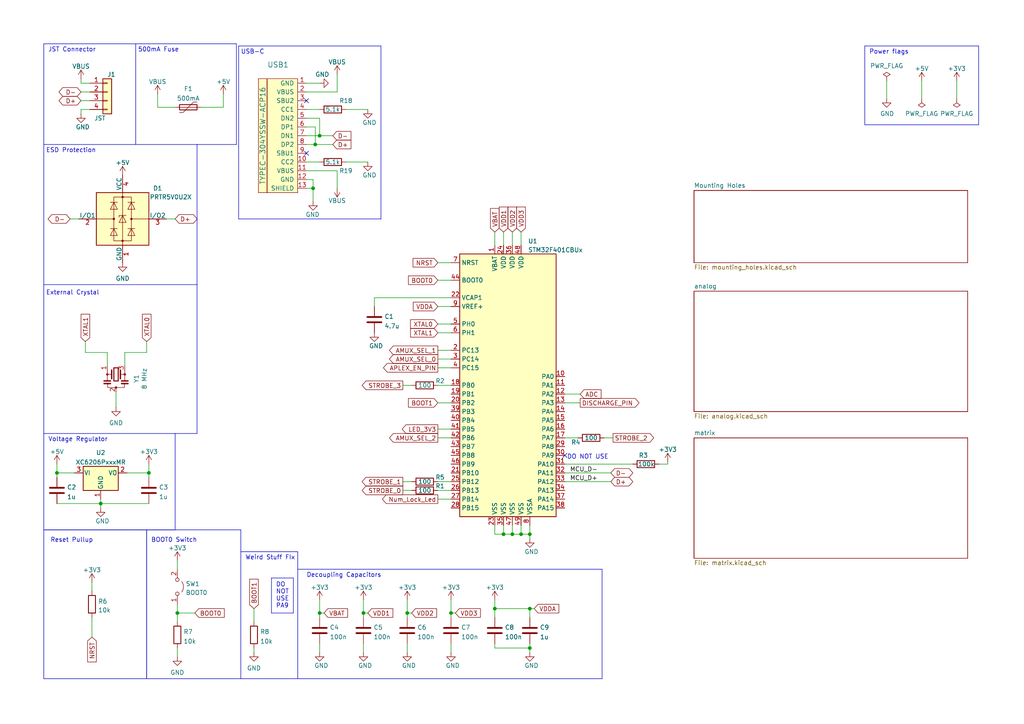
<source format=kicad_sch>
(kicad_sch (version 20231120) (generator "eeschema") (generator_version "8.0")
  (paper "A4")
  (title_block (title "EC27") (date "2024-03-03") (rev "1.1") (comment 3 "CC-BY-NC-SA-4.0"))
  (lib_symbols
    (symbol "Connector_Generic:Conn_01x04" (pin_names (offset 1.016) hide)
      (property "Reference" "J" (at 0 5.08 0))
      (property "Value" "Conn_01x04" (at 0 -7.62 0))
      (symbol "Conn_01x04_1_1"
        (rectangle (start -1.27 -4.953) (end 0 -5.207) (stroke (width 0.1524)))
        (rectangle (start -1.27 -2.413) (end 0 -2.667) (stroke (width 0.1524)))
        (rectangle (start -1.27 0.127) (end 0 -0.127) (stroke (width 0.1524)))
        (rectangle (start -1.27 2.667) (end 0 2.413) (stroke (width 0.1524)))
        (rectangle (start -1.27 3.81) (end 1.27 -6.35) (stroke (width 0.254)) (fill (type background)))
        (pin passive line (at -5.08 2.54 0) (length 3.81) (name "Pin_1") (number "1"))
        (pin passive line (at -5.08 0 0) (length 3.81) (name "Pin_2") (number "2"))
        (pin passive line (at -5.08 -2.54 0) (length 3.81) (name "Pin_3") (number "3"))
        (pin passive line (at -5.08 -5.08 0) (length 3.81) (name "Pin_4") (number "4"))
      )
    )
    (symbol "Device:C" (pin_numbers hide) (pin_names (offset 0.254))
      (property "Reference" "C" (at 0.635 2.54 0))
      (property "Value" "C" (at 0.635 -2.54 0))
      (symbol "C_0_1"
        (polyline (pts (xy -2.032 -0.762) (xy 2.032 -0.762)) (stroke (width 0.508)))
        (polyline (pts (xy -2.032 0.762) (xy 2.032 0.762)) (stroke (width 0.508)))
      )
      (symbol "C_1_1"
        (pin passive line (at 0 3.81 270) (length 2.794) (name "~") (number "1"))
        (pin passive line (at 0 -3.81 90) (length 2.794) (name "~") (number "2"))
      )
    )
    (symbol "Device:Polyfuse" (pin_numbers hide) (pin_names (offset 0))
      (property "Reference" "F" (at -2.54 0 90))
      (property "Value" "Polyfuse" (at 2.54 0 90))
      (symbol "Polyfuse_0_1"
        (rectangle (start -0.762 2.54) (end 0.762 -2.54) (stroke (width 0.254)))
        (polyline (pts (xy 0 2.54) (xy 0 -2.54)))
        (polyline (pts (xy -1.524 2.54) (xy -1.524 1.524) (xy 1.524 -1.524) (xy 1.524 -2.54)))
      )
      (symbol "Polyfuse_1_1"
        (pin passive line (at 0 3.81 270) (length 1.27) (name "~") (number "1"))
        (pin passive line (at 0 -3.81 90) (length 1.27) (name "~") (number "2"))
      )
    )
    (symbol "Device:R" (pin_numbers hide) (pin_names (offset 0))
      (property "Reference" "R" (at 2.032 0 90))
      (property "Value" "R" (at 0 0 90))
      (symbol "R_0_1"
        (rectangle (start -1.016 -2.54) (end 1.016 2.54) (stroke (width 0.254)))
      )
      (symbol "R_1_1"
        (pin passive line (at 0 3.81 270) (length 1.27) (name "~") (number "1"))
        (pin passive line (at 0 -3.81 90) (length 1.27) (name "~") (number "2"))
      )
    )
    (symbol "Device:Resonator_Small" (pin_names (offset 1.016) hide)
      (property "Reference" "Y" (at 3.175 1.905 0))
      (property "Value" "Resonator_Small" (at 3.175 0 0))
      (symbol "Resonator_Small_0_1"
        (rectangle (start -3.556 -2.54) (end -1.524 -2.794) (fill (type outline)))
        (rectangle (start -3.556 -1.778) (end -1.524 -2.032) (fill (type outline)))
        (circle (center -2.54 0) (radius 0.254) (fill (type outline)))
        (rectangle (start -0.635 1.905) (end 0.635 -1.905) (stroke (width 0.3048)))
        (circle (center 0 -3.81) (radius 0.254) (fill (type outline)))
        (polyline (pts (xy -2.54 -1.778) (xy -2.54 0)))
        (polyline (pts (xy -2.54 0) (xy -1.397 0)))
        (polyline (pts (xy -2.54 1.27) (xy -2.54 0)))
        (polyline (pts (xy -1.27 -1.27) (xy -1.27 1.27)) (stroke (width 0.381)))
        (polyline (pts (xy 1.27 -1.27) (xy 1.27 1.27)) (stroke (width 0.381)))
        (polyline (pts (xy 1.27 0) (xy 2.54 0)))
        (polyline (pts (xy 2.54 0) (xy 2.54 -1.778)))
        (polyline (pts (xy 2.54 1.27) (xy 2.54 0)))
        (polyline (pts (xy 2.413 -2.794) (xy 2.413 -3.81) (xy -2.413 -3.81) (xy -2.413 -2.667)))
        (rectangle (start 1.524 -2.54) (end 3.556 -2.794) (fill (type outline)))
        (rectangle (start 1.524 -1.778) (end 3.556 -2.032) (fill (type outline)))
        (circle (center 2.54 0) (radius 0.254) (fill (type outline)))
      )
      (symbol "Resonator_Small_1_1"
        (pin passive line (at -2.54 2.54 270) (length 1.27) (name "1") (number "1"))
        (pin passive line (at 0 -5.08 90) (length 1.27) (name "2") (number "2"))
        (pin passive line (at 2.54 2.54 270) (length 1.27) (name "3") (number "3"))
      )
    )
    (symbol "Jumper:Jumper_2_Open" (pin_names (offset 0) hide)
      (property "Reference" "JP" (at 0 2.794 0))
      (property "Value" "Jumper_2_Open" (at 0 -2.286 0))
      (symbol "Jumper_2_Open_0_0"
        (circle (center -2.032 0) (radius 0.508))
        (circle (center 2.032 0) (radius 0.508))
      )
      (symbol "Jumper_2_Open_0_1"
        (arc (start 1.524 1.27) (mid 0 1.778) (end -1.524 1.27))
      )
      (symbol "Jumper_2_Open_1_1"
        (pin passive line (at -5.08 0 0) (length 2.54) (name "A") (number "1"))
        (pin passive line (at 5.08 0 180) (length 2.54) (name "B") (number "2"))
      )
    )
    (symbol "MCU_ST_STM32F4:STM32F401CBUx"
      (property "Reference" "U" (at -15.24 39.37 0))
      (property "Value" "STM32F401CBUx" (at 5.08 39.37 0))
      (symbol "STM32F401CBUx_0_1"
        (rectangle (start -15.24 -38.1) (end 12.7 38.1) (stroke (width 0.254)) (fill (type background)))
      )
      (symbol "STM32F401CBUx_1_1"
        (pin power_in line (at -5.08 40.64 270) (length 2.54) (name "VBAT") (number "1"))
        (pin bidirectional line (at 15.24 2.54 180) (length 2.54) (name "PA0") (number "10"))
        (pin bidirectional line (at 15.24 0 180) (length 2.54) (name "PA1") (number "11"))
        (pin bidirectional line (at 15.24 -2.54 180) (length 2.54) (name "PA2") (number "12"))
        (pin bidirectional line (at 15.24 -5.08 180) (length 2.54) (name "PA3") (number "13"))
        (pin bidirectional line (at 15.24 -7.62 180) (length 2.54) (name "PA4") (number "14"))
        (pin bidirectional line (at 15.24 -10.16 180) (length 2.54) (name "PA5") (number "15"))
        (pin bidirectional line (at 15.24 -12.7 180) (length 2.54) (name "PA6") (number "16"))
        (pin bidirectional line (at 15.24 -15.24 180) (length 2.54) (name "PA7") (number "17"))
        (pin bidirectional line (at -17.78 0 0) (length 2.54) (name "PB0") (number "18"))
        (pin bidirectional line (at -17.78 -2.54 0) (length 2.54) (name "PB1") (number "19"))
        (pin bidirectional line (at -17.78 10.16 0) (length 2.54) (name "PC13") (number "2"))
        (pin bidirectional line (at -17.78 -5.08 0) (length 2.54) (name "PB2") (number "20"))
        (pin bidirectional line (at -17.78 -25.4 0) (length 2.54) (name "PB10") (number "21"))
        (pin power_in line (at -17.78 25.4 0) (length 2.54) (name "VCAP1") (number "22"))
        (pin power_in line (at -5.08 -40.64 90) (length 2.54) (name "VSS") (number "23"))
        (pin power_in line (at -2.54 40.64 270) (length 2.54) (name "VDD") (number "24"))
        (pin bidirectional line (at -17.78 -27.94 0) (length 2.54) (name "PB12") (number "25"))
        (pin bidirectional line (at -17.78 -30.48 0) (length 2.54) (name "PB13") (number "26"))
        (pin bidirectional line (at -17.78 -33.02 0) (length 2.54) (name "PB14") (number "27"))
        (pin bidirectional line (at -17.78 -35.56 0) (length 2.54) (name "PB15") (number "28"))
        (pin bidirectional line (at 15.24 -17.78 180) (length 2.54) (name "PA8") (number "29"))
        (pin bidirectional line (at -17.78 7.62 0) (length 2.54) (name "PC14") (number "3"))
        (pin bidirectional line (at 15.24 -20.32 180) (length 2.54) (name "PA9") (number "30"))
        (pin bidirectional line (at 15.24 -22.86 180) (length 2.54) (name "PA10") (number "31"))
        (pin bidirectional line (at 15.24 -25.4 180) (length 2.54) (name "PA11") (number "32"))
        (pin bidirectional line (at 15.24 -27.94 180) (length 2.54) (name "PA12") (number "33"))
        (pin bidirectional line (at 15.24 -30.48 180) (length 2.54) (name "PA13") (number "34"))
        (pin power_in line (at -2.54 -40.64 90) (length 2.54) (name "VSS") (number "35"))
        (pin power_in line (at 0 40.64 270) (length 2.54) (name "VDD") (number "36"))
        (pin bidirectional line (at 15.24 -33.02 180) (length 2.54) (name "PA14") (number "37"))
        (pin bidirectional line (at 15.24 -35.56 180) (length 2.54) (name "PA15") (number "38"))
        (pin bidirectional line (at -17.78 -7.62 0) (length 2.54) (name "PB3") (number "39"))
        (pin bidirectional line (at -17.78 5.08 0) (length 2.54) (name "PC15") (number "4"))
        (pin bidirectional line (at -17.78 -10.16 0) (length 2.54) (name "PB4") (number "40"))
        (pin bidirectional line (at -17.78 -12.7 0) (length 2.54) (name "PB5") (number "41"))
        (pin bidirectional line (at -17.78 -15.24 0) (length 2.54) (name "PB6") (number "42"))
        (pin bidirectional line (at -17.78 -17.78 0) (length 2.54) (name "PB7") (number "43"))
        (pin input line (at -17.78 30.48 0) (length 2.54) (name "BOOT0") (number "44"))
        (pin bidirectional line (at -17.78 -20.32 0) (length 2.54) (name "PB8") (number "45"))
        (pin bidirectional line (at -17.78 -22.86 0) (length 2.54) (name "PB9") (number "46"))
        (pin power_in line (at 0 -40.64 90) (length 2.54) (name "VSS") (number "47"))
        (pin power_in line (at 2.54 40.64 270) (length 2.54) (name "VDD") (number "48"))
        (pin power_in line (at 2.54 -40.64 90) (length 2.54) (name "VSS") (number "49"))
        (pin input line (at -17.78 17.78 0) (length 2.54) (name "PH0") (number "5"))
        (pin input line (at -17.78 15.24 0) (length 2.54) (name "PH1") (number "6"))
        (pin input line (at -17.78 35.56 0) (length 2.54) (name "NRST") (number "7"))
        (pin power_in line (at 5.08 -40.64 90) (length 2.54) (name "VSSA") (number "8"))
        (pin power_in line (at -17.78 22.86 0) (length 2.54) (name "VREF+") (number "9"))
      )
    )
    (symbol "Power_Protection:PRTR5V0U2X" (pin_names (offset 0))
      (property "Reference" "D" (at 2.794 8.636 0))
      (property "Value" "PRTR5V0U2X" (at 8.128 -9.398 0))
      (symbol "PRTR5V0U2X_0_1"
        (rectangle (start -7.62 -7.62) (end 7.62 7.62) (stroke (width 0.254)) (fill (type background)))
        (circle (center -2.54 0) (radius 0.254) (fill (type outline)))
        (rectangle (start -2.54 6.35) (end 2.54 -6.35))
        (circle (center 0 -6.35) (radius 0.254) (fill (type outline)))
        (polyline (pts (xy -2.54 0) (xy -7.62 0)))
        (polyline (pts (xy -1.524 -2.794) (xy -3.556 -2.794)))
        (polyline (pts (xy -1.524 4.826) (xy -3.556 4.826)))
        (polyline (pts (xy 0 -7.62) (xy 0 7.62)))
        (polyline (pts (xy 1.524 -2.794) (xy 3.556 -2.794)))
        (polyline (pts (xy 1.524 4.826) (xy 3.556 4.826)))
        (polyline (pts (xy 2.54 0) (xy 7.62 0)))
        (polyline (pts (xy 1.016 1.016) (xy -1.016 1.016) (xy -1.016 0.508)))
        (polyline (pts (xy -3.556 -4.826) (xy -1.524 -4.826) (xy -2.54 -2.794) (xy -3.556 -4.826)))
        (polyline (pts (xy -3.556 2.794) (xy -1.524 2.794) (xy -2.54 4.826) (xy -3.556 2.794)))
        (polyline (pts (xy -1.016 -1.016) (xy 1.016 -1.016) (xy 0 1.016) (xy -1.016 -1.016)))
        (polyline (pts (xy 3.556 -4.826) (xy 1.524 -4.826) (xy 2.54 -2.794) (xy 3.556 -4.826)))
        (polyline (pts (xy 3.556 2.794) (xy 1.524 2.794) (xy 2.54 4.826) (xy 3.556 2.794)))
        (circle (center 0 6.35) (radius 0.254) (fill (type outline)))
        (circle (center 2.54 0) (radius 0.254) (fill (type outline)))
      )
      (symbol "PRTR5V0U2X_1_1"
        (pin passive line (at 0 -12.7 90) (length 5.08) (name "GND") (number "1"))
        (pin passive line (at -12.7 0 0) (length 5.08) (name "I/O1") (number "2"))
        (pin passive line (at 12.7 0 180) (length 5.08) (name "I/O2") (number "3"))
        (pin passive line (at 0 12.7 270) (length 5.08) (name "VCC") (number "4"))
      )
    )
    (symbol "Regulator_Linear:XC6206PxxxMR" (pin_names (offset 0.254))
      (property "Reference" "U" (at -3.81 3.175 0))
      (property "Value" "XC6206PxxxMR" (at 0 3.175 0))
      (symbol "XC6206PxxxMR_0_1"
        (rectangle (start -5.08 1.905) (end 5.08 -5.08) (stroke (width 0.254)) (fill (type background)))
      )
      (symbol "XC6206PxxxMR_1_1"
        (pin power_in line (at 0 -7.62 90) (length 2.54) (name "GND") (number "1"))
        (pin power_out line (at 7.62 0 180) (length 2.54) (name "VO") (number "2"))
        (pin power_in line (at -7.62 0 0) (length 2.54) (name "VI") (number "3"))
      )
    )
    (symbol "cipulot_parts:TYPEC-304YSSW-ACP16" (pin_names (offset 1.016))
      (property "Reference" "USB" (at -5.08 16.51 0))
      (property "Value" "TYPEC-304YSSW-ACP16" (at -10.16 -1.27 90))
      (symbol "TYPEC-304YSSW-ACP16_0_1"
        (rectangle (start -11.43 15.24) (end -8.89 -17.78) (fill (type background)))
        (rectangle (start 0 -17.78) (end -8.89 15.24) (fill (type background)))
      )
      (symbol "TYPEC-304YSSW-ACP16_1_1"
        (pin input line (at 2.54 13.97 180) (length 2.54) (name "GND") (number "1"))
        (pin input line (at 2.54 -8.89 180) (length 2.54) (name "CC2") (number "10"))
        (pin input line (at 2.54 -11.43 180) (length 2.54) (name "VBUS") (number "11"))
        (pin input line (at 2.54 -13.97 180) (length 2.54) (name "GND") (number "12"))
        (pin input line (at 2.54 -16.51 180) (length 2.54) (name "SHIELD") (number "13"))
        (pin input line (at 2.54 11.43 180) (length 2.54) (name "VBUS") (number "2"))
        (pin input line (at 2.54 8.89 180) (length 2.54) (name "SBU2") (number "3"))
        (pin input line (at 2.54 6.35 180) (length 2.54) (name "CC1") (number "4"))
        (pin input line (at 2.54 3.81 180) (length 2.54) (name "DN2") (number "5"))
        (pin input line (at 2.54 1.27 180) (length 2.54) (name "DP1") (number "6"))
        (pin input line (at 2.54 -1.27 180) (length 2.54) (name "DN1") (number "7"))
        (pin input line (at 2.54 -3.81 180) (length 2.54) (name "DP2") (number "8"))
        (pin input line (at 2.54 -6.35 180) (length 2.54) (name "SBU1") (number "9"))
      )
    )
    (symbol "power:+3.3V" (power) (pin_names (offset 0))
      (property "Value" "+3.3V" (at 0 3.556 0))
      (symbol "+3.3V_0_1"
        (polyline (pts (xy -0.762 1.27) (xy 0 2.54)))
        (polyline (pts (xy 0 0) (xy 0 2.54)))
        (polyline (pts (xy 0 2.54) (xy 0.762 1.27)))
      )
      (symbol "+3.3V_1_1"
        (pin power_in line (at 0 0 90) (length 0) hide (name "+3V3") (number "1"))
      )
    )
    (symbol "power:+5V" (power) (pin_names (offset 0))
      (property "Value" "+5V" (at 0 3.556 0))
      (symbol "+5V_0_1"
        (polyline (pts (xy -0.762 1.27) (xy 0 2.54)))
        (polyline (pts (xy 0 0) (xy 0 2.54)))
        (polyline (pts (xy 0 2.54) (xy 0.762 1.27)))
      )
      (symbol "+5V_1_1"
        (pin power_in line (at 0 0 90) (length 0) hide (name "+5V") (number "1"))
      )
    )
    (symbol "power:GND" (power) (pin_names (offset 0))
      (property "Value" "GND" (at 0 -3.81 0))
      (symbol "GND_0_1"
        (polyline (pts (xy 0 0) (xy 0 -1.27) (xy 1.27 -1.27) (xy 0 -2.54) (xy -1.27 -1.27) (xy 0 -1.27)))
      )
      (symbol "GND_1_1"
        (pin power_in line (at 0 0 270) (length 0) hide (name "GND") (number "1"))
      )
    )
    (symbol "power:PWR_FLAG" (power) (pin_numbers hide) (pin_names (offset 0) hide)
      (property "Value" "PWR_FLAG" (at 0 3.81 0))
      (symbol "PWR_FLAG_0_0"
        (pin power_out line (at 0 0 90) (length 0) (name "pwr") (number "1"))
      )
      (symbol "PWR_FLAG_0_1"
        (polyline (pts (xy 0 0) (xy 0 1.27) (xy -1.016 1.905) (xy 0 2.54) (xy 1.016 1.905) (xy 0 1.27)))
      )
    )
    (symbol "power:VBUS" (power) (pin_names (offset 0))
      (property "Value" "VBUS" (at 0 3.81 0))
      (symbol "VBUS_0_1"
        (polyline (pts (xy -0.762 1.27) (xy 0 2.54)))
        (polyline (pts (xy 0 0) (xy 0 2.54)))
        (polyline (pts (xy 0 2.54) (xy 0.762 1.27)))
      )
      (symbol "VBUS_1_1"
        (pin power_in line (at 0 0 90) (length 0) hide (name "VBUS") (number "1"))
      )
    )
  )
  (junction (at 143.51 176.53))
  (junction (at 92.71 39.37))
  (junction (at 153.67 176.53))
  (junction (at 148.59 154.94))
  (junction (at 146.05 154.94))
  (junction (at 130.81 177.8))
  (junction (at 51.435 177.8))
  (junction (at 151.13 154.94))
  (junction (at 92.71 177.8))
  (junction (at 91.44 41.91))
  (junction (at 153.67 154.94))
  (junction (at 43.18 137.16))
  (junction (at 29.21 146.05))
  (junction (at 118.11 177.8))
  (junction (at 105.41 177.8))
  (junction (at 90.805 54.61))
  (junction (at 153.67 187.96))
  (junction (at 16.51 137.16))
  (no_connect (at 163.83 132.08))
  (no_connect (at 88.9 29.21))
  (no_connect (at 88.9 44.45))
  (wire (pts (xy 43.18 137.16) (xy 43.18 138.43)))
  (wire (pts (xy 100.33 31.75) (xy 106.68 31.75)))
  (wire (pts (xy 88.9 24.13) (xy 92.71 24.13)))
  (polyline (pts (xy 36.83 196.85) (xy 69.85 196.85)))
  (wire (pts (xy 143.51 187.96) (xy 153.67 187.96)))
  (polyline (pts (xy 78.74 177.8) (xy 85.09 177.8)))
  (wire (pts (xy 143.51 154.94) (xy 146.05 154.94)))
  (wire (pts (xy 92.71 186.69) (xy 92.71 189.23)))
  (polyline (pts (xy 12.7 82.55) (xy 12.7 125.73)))
  (wire (pts (xy 257.175 23.495) (xy 257.175 28.575)))
  (wire (pts (xy 127 101.6) (xy 130.81 101.6)))
  (wire (pts (xy 146.05 152.4) (xy 146.05 154.94)))
  (wire (pts (xy 127 76.2) (xy 130.81 76.2)))
  (wire (pts (xy 90.805 52.07) (xy 90.805 54.61)))
  (wire (pts (xy 16.51 146.05) (xy 29.21 146.05)))
  (polyline (pts (xy 57.15 82.55) (xy 57.15 41.91)))
  (wire (pts (xy 153.67 187.96) (xy 153.67 189.23)))
  (wire (pts (xy 92.71 173.99) (xy 92.71 177.8)))
  (wire (pts (xy 127 106.68) (xy 130.81 106.68)))
  (wire (pts (xy 146.05 71.12) (xy 146.05 67.31)))
  (wire (pts (xy 100.33 46.99) (xy 106.68 46.99)))
  (wire (pts (xy 23.495 24.13) (xy 26.035 24.13)))
  (polyline (pts (xy 42.545 153.67) (xy 42.545 196.85)))
  (wire (pts (xy 26.67 168.91) (xy 26.67 171.45)))
  (wire (pts (xy 92.71 39.37) (xy 96.52 39.37)))
  (wire (pts (xy 23.495 31.75) (xy 26.035 31.75)))
  (polyline (pts (xy 85.09 177.8) (xy 85.09 167.64)))
  (wire (pts (xy 108.585 86.36) (xy 108.585 88.9)))
  (polyline (pts (xy 12.7 41.91) (xy 12.7 63.5)))
  (wire (pts (xy 127 144.78) (xy 130.81 144.78)))
  (wire (pts (xy 127 116.84) (xy 130.81 116.84)))
  (polyline (pts (xy 69.215 63.5) (xy 69.215 42.545)))
  (wire (pts (xy 116.84 139.7) (xy 119.38 139.7)))
  (wire (pts (xy 58.42 31.115) (xy 64.77 31.115)))
  (wire (pts (xy 127 104.14) (xy 130.81 104.14)))
  (wire (pts (xy 148.59 71.12) (xy 148.59 67.31)))
  (wire (pts (xy 127 142.24) (xy 130.81 142.24)))
  (wire (pts (xy 88.9 39.37) (xy 92.71 39.37)))
  (wire (pts (xy 16.51 137.16) (xy 16.51 138.43)))
  (polyline (pts (xy 78.74 167.64) (xy 85.09 167.64)))
  (wire (pts (xy 193.675 134.62) (xy 193.675 133.985)))
  (wire (pts (xy 153.67 186.69) (xy 153.67 187.96)))
  (wire (pts (xy 73.66 176.53) (xy 73.66 180.34)))
  (wire (pts (xy 97.79 26.67) (xy 97.79 21.59)))
  (wire (pts (xy 105.41 179.07) (xy 105.41 177.8)))
  (polyline (pts (xy 36.83 153.67) (xy 50.8 153.67)))
  (wire (pts (xy 42.545 99.06) (xy 42.545 102.235)))
  (wire (pts (xy 127 111.76) (xy 130.81 111.76)))
  (wire (pts (xy 127 96.52) (xy 130.81 96.52)))
  (wire (pts (xy 33.655 113.665) (xy 33.655 118.11)))
  (wire (pts (xy 23.495 26.67) (xy 26.035 26.67)))
  (wire (pts (xy 105.41 186.69) (xy 105.41 189.23)))
  (wire (pts (xy 118.11 173.99) (xy 118.11 177.8)))
  (wire (pts (xy 177.8 127) (xy 175.26 127)))
  (polyline (pts (xy 57.15 125.73) (xy 57.15 82.55)))
  (wire (pts (xy 88.9 52.07) (xy 90.805 52.07)))
  (polyline (pts (xy 86.36 160.02) (xy 86.36 196.85)))
  (wire (pts (xy 191.135 134.62) (xy 193.675 134.62)))
  (wire (pts (xy 29.21 146.05) (xy 43.18 146.05)))
  (wire (pts (xy 51.435 187.96) (xy 51.435 190.5)))
  (wire (pts (xy 148.59 152.4) (xy 148.59 154.94)))
  (wire (pts (xy 91.44 41.91) (xy 96.52 41.91)))
  (wire (pts (xy 163.83 134.62) (xy 183.515 134.62)))
  (wire (pts (xy 23.495 29.21) (xy 26.035 29.21)))
  (wire (pts (xy 64.77 31.115) (xy 64.77 27.305)))
  (wire (pts (xy 88.9 34.29) (xy 92.71 34.29)))
  (polyline (pts (xy 86.36 160.02) (xy 69.85 160.02)))
  (wire (pts (xy 118.11 186.69) (xy 118.11 189.23)))
  (wire (pts (xy 29.21 146.05) (xy 29.21 147.32)))
  (wire (pts (xy 73.66 187.96) (xy 73.66 189.23)))
  (wire (pts (xy 116.84 142.24) (xy 119.38 142.24)))
  (wire (pts (xy 51.435 162.56) (xy 51.435 165.1)))
  (wire (pts (xy 118.11 179.07) (xy 118.11 177.8)))
  (polyline (pts (xy 42.545 196.85) (xy 42.545 153.67)))
  (wire (pts (xy 130.81 173.99) (xy 130.81 177.8)))
  (wire (pts (xy 88.9 36.83) (xy 91.44 36.83)))
  (wire (pts (xy 88.9 41.91) (xy 91.44 41.91)))
  (wire (pts (xy 143.51 71.12) (xy 143.51 67.31)))
  (wire (pts (xy 16.51 137.16) (xy 21.59 137.16)))
  (wire (pts (xy 151.13 71.12) (xy 151.13 67.31)))
  (wire (pts (xy 51.435 175.26) (xy 51.435 177.8)))
  (wire (pts (xy 163.83 114.3) (xy 168.275 114.3)))
  (wire (pts (xy 127 139.7) (xy 130.81 139.7)))
  (wire (pts (xy 20.32 63.5) (xy 22.86 63.5)))
  (wire (pts (xy 116.84 111.76) (xy 119.38 111.76)))
  (wire (pts (xy 45.72 27.305) (xy 45.72 31.115)))
  (wire (pts (xy 130.81 177.8) (xy 130.81 179.07)))
  (wire (pts (xy 153.67 176.53) (xy 153.67 179.07)))
  (polyline (pts (xy 12.7 12.7) (xy 39.37 12.7)))
  (polyline (pts (xy 86.36 165.1) (xy 174.625 165.1)))
  (polyline (pts (xy 36.83 153.67) (xy 69.85 153.67)))
  (wire (pts (xy 92.71 34.29) (xy 92.71 39.37)))
  (polyline (pts (xy 110.49 63.5) (xy 69.215 63.5)))
  (polyline (pts (xy 12.7 125.73) (xy 57.15 125.73)))
  (polyline (pts (xy 12.7 125.73) (xy 12.7 153.67)))
  (polyline (pts (xy 250.825 36.195) (xy 283.845 36.195)))
  (polyline (pts (xy 12.7 153.67) (xy 36.83 153.67)))
  (polyline (pts (xy 86.36 196.85) (xy 69.85 196.85)))
  (polyline (pts (xy 12.7 196.85) (xy 36.83 196.85)))
  (polyline (pts (xy 39.37 41.91) (xy 39.37 12.7)))
  (wire (pts (xy 267.335 23.495) (xy 267.335 28.575)))
  (wire (pts (xy 146.05 154.94) (xy 148.59 154.94)))
  (polyline (pts (xy 69.85 196.85) (xy 69.85 153.67)))
  (wire (pts (xy 48.26 63.5) (xy 50.8 63.5)))
  (polyline (pts (xy 12.7 63.5) (xy 12.7 82.55)))
  (wire (pts (xy 51.435 177.8) (xy 56.515 177.8)))
  (wire (pts (xy 88.9 49.53) (xy 97.79 49.53)))
  (wire (pts (xy 143.51 152.4) (xy 143.51 154.94)))
  (polyline (pts (xy 69.215 13.335) (xy 110.49 13.335)))
  (polyline (pts (xy 12.7 153.67) (xy 12.7 196.85)))
  (wire (pts (xy 151.13 152.4) (xy 151.13 154.94)))
  (wire (pts (xy 90.805 54.61) (xy 88.9 54.61)))
  (wire (pts (xy 43.18 134.62) (xy 43.18 137.16)))
  (wire (pts (xy 31.115 102.235) (xy 31.115 106.045)))
  (wire (pts (xy 127 127) (xy 130.81 127)))
  (wire (pts (xy 51.435 177.8) (xy 51.435 180.34)))
  (polyline (pts (xy 12.7 153.67) (xy 36.83 153.67)))
  (wire (pts (xy 163.83 139.7) (xy 177.165 139.7)))
  (wire (pts (xy 92.71 177.8) (xy 92.71 179.07)))
  (wire (pts (xy 143.51 179.07) (xy 143.51 176.53)))
  (wire (pts (xy 151.13 154.94) (xy 153.67 154.94)))
  (polyline (pts (xy 50.8 153.67) (xy 50.8 125.73)))
  (wire (pts (xy 130.81 186.69) (xy 130.81 189.23)))
  (polyline (pts (xy 174.625 165.1) (xy 174.625 196.85)))
  (wire (pts (xy 93.98 177.8) (xy 92.71 177.8)))
  (wire (pts (xy 88.9 26.67) (xy 97.79 26.67)))
  (polyline (pts (xy 69.215 42.545) (xy 69.215 13.335)))
  (wire (pts (xy 143.51 186.69) (xy 143.51 187.96)))
  (wire (pts (xy 88.9 31.75) (xy 92.71 31.75)))
  (wire (pts (xy 153.67 152.4) (xy 153.67 154.94)))
  (wire (pts (xy 105.41 177.8) (xy 106.68 177.8)))
  (wire (pts (xy 143.51 173.99) (xy 143.51 176.53)))
  (wire (pts (xy 130.81 177.8) (xy 132.08 177.8)))
  (polyline (pts (xy 283.845 36.195) (xy 283.845 13.335)))
  (wire (pts (xy 16.51 134.62) (xy 16.51 137.16)))
  (wire (pts (xy 148.59 154.94) (xy 151.13 154.94)))
  (wire (pts (xy 277.495 23.495) (xy 277.495 28.575)))
  (wire (pts (xy 29.21 144.78) (xy 29.21 146.05)))
  (wire (pts (xy 45.72 31.115) (xy 50.8 31.115)))
  (wire (pts (xy 108.585 86.36) (xy 130.81 86.36)))
  (wire (pts (xy 24.765 99.06) (xy 24.765 102.235)))
  (wire (pts (xy 163.83 137.16) (xy 177.165 137.16)))
  (wire (pts (xy 127 81.28) (xy 130.81 81.28)))
  (wire (pts (xy 90.805 54.61) (xy 90.805 58.42)))
  (wire (pts (xy 88.9 46.99) (xy 92.71 46.99)))
  (wire (pts (xy 163.83 116.84) (xy 168.275 116.84)))
  (polyline (pts (xy 57.15 41.91) (xy 12.7 41.91)))
  (wire (pts (xy 36.83 137.16) (xy 43.18 137.16)))
  (wire (pts (xy 91.44 36.83) (xy 91.44 41.91)))
  (polyline (pts (xy 174.625 196.85) (xy 86.36 196.85)))
  (polyline (pts (xy 69.85 160.02) (xy 86.36 160.02)))
  (polyline (pts (xy 12.7 82.55) (xy 57.15 82.55)))
  (polyline (pts (xy 78.74 167.64) (xy 78.74 177.8)))
  (wire (pts (xy 26.67 179.07) (xy 26.67 184.785)))
  (wire (pts (xy 97.79 49.53) (xy 97.79 54.61)))
  (wire (pts (xy 105.41 173.99) (xy 105.41 177.8)))
  (wire (pts (xy 153.67 176.53) (xy 154.94 176.53)))
  (polyline (pts (xy 12.7 41.91) (xy 12.7 12.7)))
  (wire (pts (xy 36.195 106.045) (xy 36.195 102.235)))
  (wire (pts (xy 167.64 127) (xy 163.83 127)))
  (wire (pts (xy 24.765 102.235) (xy 31.115 102.235)))
  (polyline (pts (xy 68.58 12.7) (xy 39.37 12.7)))
  (polyline (pts (xy 250.825 13.335) (xy 283.845 13.335)))
  (wire (pts (xy 23.495 22.86) (xy 23.495 24.13)))
  (wire (pts (xy 118.11 177.8) (xy 119.38 177.8)))
  (polyline (pts (xy 68.58 41.91) (xy 68.58 12.7)))
  (wire (pts (xy 130.81 88.9) (xy 127 88.9)))
  (polyline (pts (xy 250.825 13.335) (xy 250.825 36.195)))
  (wire (pts (xy 127 124.46) (xy 130.81 124.46)))
  (wire (pts (xy 143.51 176.53) (xy 153.67 176.53)))
  (polyline (pts (xy 57.15 41.91) (xy 68.58 41.91)))
  (wire (pts (xy 36.195 102.235) (xy 42.545 102.235)))
  (wire (pts (xy 153.67 156.21) (xy 153.67 154.94)))
  (wire (pts (xy 23.495 33.02) (xy 23.495 31.75)))
  (polyline (pts (xy 110.49 13.335) (xy 110.49 63.5)))
  (wire (pts (xy 127 93.98) (xy 130.81 93.98)))
  (text "Voltage Regulator" (at 13.97 128.27 0) (effects (font (size 1.27 1.27)) (justify left bottom)))
  (text "Weird Stuff FIx" (at 71.12 162.56 0) (effects (font (size 1.27 1.27)) (justify left bottom)))
  (text "Decoupling Capacitors" (at 88.9 167.64 0) (effects (font (size 1.27 1.27)) (justify left bottom)))
  (text "BOOT0 Switch" (at 43.815 157.48 0) (effects (font (size 1.27 1.27)) (justify left bottom)))
  (text "USB-C" (at 69.85 15.875 0) (effects (font (size 1.27 1.27)) (justify left bottom)))
  (text "DO NOT USE" (at 164.465 133.35 0) (effects (font (size 1.27 1.27)) (justify left bottom)))
  (text "DO\nNOT\nUSE\nPA9\n" (at 80.01 176.53 0) (effects (font (size 1.27 1.27)) (justify left bottom)))
  (text "External Crystal\n" (at 13.335 85.725 0) (effects (font (size 1.27 1.27)) (justify left bottom)))
  (text "500mA Fuse\n" (at 40.005 15.24 0) (effects (font (size 1.27 1.27)) (justify left bottom)))
  (text "JST Connector\n" (at 13.97 15.24 0) (effects (font (size 1.27 1.27)) (justify left bottom)))
  (text "ESD Protection\n" (at 13.335 44.45 0) (effects (font (size 1.27 1.27)) (justify left bottom)))
  (text "Reset Pullup" (at 14.605 157.48 0) (effects (font (size 1.27 1.27)) (justify left bottom)))
  (text "Power flags\n" (at 252.095 15.875 0) (effects (font (size 1.27 1.27)) (justify left bottom)))
  (label "MCU_D+" (at 173.355 139.7 180))
  (label "MCU_D-" (at 173.355 137.16 180))
  (global_label "XTAL1" (shape input) (at 127 96.52 180) (property "Intersheetrefs" "${INTERSHEET_REFS}" (effects (hide yes))))
  (global_label "VDD1" (shape input) (at 146.05 67.31 90) (property "Intersheetrefs" "${INTERSHEET_REFS}" (effects (hide yes))))
  (global_label "D+" (shape bidirectional) (at 50.8 63.5 0) (property "Intersheetrefs" "${INTERSHEET_REFS}" (effects (hide yes))))
  (global_label "NRST" (shape input) (at 26.67 184.785 270) (property "Intersheetrefs" "${INTERSHEET_REFS}" (effects (hide yes))))
  (global_label "BOOT1" (shape input) (at 73.66 176.53 90) (property "Intersheetrefs" "${INTERSHEET_REFS}" (effects (hide yes))))
  (global_label "VDD2" (shape input) (at 119.38 177.8 0) (property "Intersheetrefs" "${INTERSHEET_REFS}" (effects (hide yes))))
  (global_label "AMUX_SEL_0" (shape output) (at 127 104.14 180) (property "Intersheetrefs" "${INTERSHEET_REFS}" (effects (hide yes))))
  (global_label "DISCHARGE_PIN" (shape output) (at 168.275 116.84 0) (property "Intersheetrefs" "${INTERSHEET_REFS}" (effects (hide yes))))
  (global_label "D-" (shape bidirectional) (at 177.165 137.16 0) (property "Intersheetrefs" "${INTERSHEET_REFS}" (effects (hide yes))))
  (global_label "VDD3" (shape input) (at 132.08 177.8 0) (property "Intersheetrefs" "${INTERSHEET_REFS}" (effects (hide yes))))
  (global_label "VDD3" (shape input) (at 151.13 67.31 90) (property "Intersheetrefs" "${INTERSHEET_REFS}" (effects (hide yes))))
  (global_label "VBAT" (shape input) (at 143.51 67.31 90) (property "Intersheetrefs" "${INTERSHEET_REFS}" (effects (hide yes))))
  (global_label "XTAL0" (shape input) (at 42.545 99.06 90) (property "Intersheetrefs" "${INTERSHEET_REFS}" (effects (hide yes))))
  (global_label "XTAL1" (shape input) (at 24.765 99.06 90) (property "Intersheetrefs" "${INTERSHEET_REFS}" (effects (hide yes))))
  (global_label "D-" (shape input) (at 96.52 39.37 0) (property "Intersheetrefs" "${INTERSHEET_REFS}" (effects (hide yes))))
  (global_label "Num_Lock_Led" (shape output) (at 127 144.78 180) (property "Intersheetrefs" "${INTERSHEET_REFS}" (effects (hide yes))))
  (global_label "D-" (shape bidirectional) (at 23.495 26.67 180) (property "Intersheetrefs" "${INTERSHEET_REFS}" (effects (hide yes))))
  (global_label "NRST" (shape input) (at 127 76.2 180) (property "Intersheetrefs" "${INTERSHEET_REFS}" (effects (hide yes))))
  (global_label "XTAL0" (shape input) (at 127 93.98 180) (property "Intersheetrefs" "${INTERSHEET_REFS}" (effects (hide yes))))
  (global_label "STROBE_2" (shape output) (at 177.8 127 0) (property "Intersheetrefs" "${INTERSHEET_REFS}" (effects (hide yes))))
  (global_label "APLEX_EN_PIN" (shape output) (at 127 106.68 180) (property "Intersheetrefs" "${INTERSHEET_REFS}" (effects (hide yes))))
  (global_label "D-" (shape bidirectional) (at 20.32 63.5 180) (property "Intersheetrefs" "${INTERSHEET_REFS}" (effects (hide yes))))
  (global_label "VDD1" (shape input) (at 106.68 177.8 0) (property "Intersheetrefs" "${INTERSHEET_REFS}" (effects (hide yes))))
  (global_label "VDDA" (shape input) (at 127 88.9 180) (property "Intersheetrefs" "${INTERSHEET_REFS}" (effects (hide yes))))
  (global_label "VBAT" (shape input) (at 93.98 177.8 0) (property "Intersheetrefs" "${INTERSHEET_REFS}" (effects (hide yes))))
  (global_label "AMUX_SEL_2" (shape output) (at 127 127 180) (property "Intersheetrefs" "${INTERSHEET_REFS}" (effects (hide yes))))
  (global_label "BOOT0" (shape input) (at 127 81.28 180) (property "Intersheetrefs" "${INTERSHEET_REFS}" (effects (hide yes))))
  (global_label "STROBE_1" (shape output) (at 116.84 139.7 180) (property "Intersheetrefs" "${INTERSHEET_REFS}" (effects (hide yes))))
  (global_label "D+" (shape bidirectional) (at 23.495 29.21 180) (property "Intersheetrefs" "${INTERSHEET_REFS}" (effects (hide yes))))
  (global_label "BOOT0" (shape input) (at 56.515 177.8 0) (property "Intersheetrefs" "${INTERSHEET_REFS}" (effects (hide yes))))
  (global_label "D+" (shape bidirectional) (at 177.165 139.7 0) (property "Intersheetrefs" "${INTERSHEET_REFS}" (effects (hide yes))))
  (global_label "VDDA" (shape input) (at 154.94 176.53 0) (property "Intersheetrefs" "${INTERSHEET_REFS}" (effects (hide yes))))
  (global_label "BOOT1" (shape input) (at 127 116.84 180) (property "Intersheetrefs" "${INTERSHEET_REFS}" (effects (hide yes))))
  (global_label "VDD2" (shape input) (at 148.59 67.31 90) (property "Intersheetrefs" "${INTERSHEET_REFS}" (effects (hide yes))))
  (global_label "STROBE_3" (shape output) (at 116.84 111.76 180) (property "Intersheetrefs" "${INTERSHEET_REFS}" (effects (hide yes))))
  (global_label "STROBE_0" (shape output) (at 116.84 142.24 180) (property "Intersheetrefs" "${INTERSHEET_REFS}" (effects (hide yes))))
  (global_label "ADC" (shape input) (at 168.275 114.3 0) (property "Intersheetrefs" "${INTERSHEET_REFS}" (effects (hide yes))))
  (global_label "LED_3V3" (shape output) (at 127 124.46 180) (property "Intersheetrefs" "${INTERSHEET_REFS}" (effects (hide yes))))
  (global_label "D+" (shape input) (at 96.52 41.91 0) (property "Intersheetrefs" "${INTERSHEET_REFS}" (effects (hide yes))))
  (global_label "AMUX_SEL_1" (shape output) (at 127 101.6 180) (property "Intersheetrefs" "${INTERSHEET_REFS}" (effects (hide yes))))
  (symbol (lib_id "power:GND") (at 105.41 189.23 0) (unit 1)
    (property "Reference" "#PWR026" (effects (hide yes)))
    (property "Value" "GND" (at 107.95 193.04 0) (effects (justify right)))
  )
  (symbol (lib_id "power:PWR_FLAG") (at 277.495 28.575 180) (unit 1)
    (property "Reference" "#FLG03" (effects (hide yes)))
    (property "Value" "PWR_FLAG" (at 277.495 32.9692 0))
  )
  (symbol (lib_id "power:GND") (at 257.175 28.575 0) (unit 1)
    (property "Reference" "#PWR06" (effects (hide yes)))
    (property "Value" "GND" (at 257.302 32.9692 0))
  )
  (symbol (lib_id "power:GND") (at 35.56 76.2 0) (unit 1)
    (property "Reference" "#PWR010" (effects (hide yes)))
    (property "Value" "GND" (at 35.56 80.7625 0))
  )
  (symbol (lib_id "power:+3.3V") (at 193.675 133.985 0) (unit 1)
    (property "Reference" "#PWR011" (effects (hide yes)))
    (property "Value" "+3V3" (at 193.675 130.3805 0))
  )
  (symbol (lib_id "MCU_ST_STM32F4:STM32F401CBUx") (at 148.59 111.76 0) (unit 1)
    (property "Reference" "U1" (at 153.1494 69.9602 0) (effects (justify left)))
    (property "Value" "STM32F401CBUx" (at 153.1494 72.4971 0) (effects (justify left)))
    (property "Footprint" "Package_DFN_QFN:QFN-48-1EP_7x7mm_P0.5mm_EP5.6x5.6mm" (effects (hide yes)))
    (property "Datasheet" "http://www.st.com/st-web-ui/static/active/en/resource/technical/document/datasheet/DM00086815.pdf" (effects (hide yes)))
    (property "LCSC" "C118825" (effects (hide yes)))
  )
  (symbol (lib_id "power:+3.3V") (at 51.435 162.56 0) (unit 1)
    (property "Reference" "#PWR017" (effects (hide yes)))
    (property "Value" "+3V3" (at 51.435 158.9555 0))
  )
  (symbol (lib_id "Device:R") (at 26.67 175.26 0) (unit 1)
    (property "Reference" "R6" (at 28.448 174.4253 0) (effects (justify left)))
    (property "Value" "10k" (at 28.448 176.9622 0) (effects (justify left)))
    (property "Footprint" "Resistor_SMD:R_0402_1005Metric" (effects (hide yes)))
    (property "LCSC" "C25744" (effects (hide yes)))
  )
  (symbol (lib_id "power:GND") (at 108.585 96.52 0) (unit 1)
    (property "Reference" "#PWR09" (effects (hide yes)))
    (property "Value" "GND" (at 111.125 100.33 0) (effects (justify right)))
  )
  (symbol (lib_id "Jumper:Jumper_2_Open") (at 51.435 170.18 270) (mirror x) (unit 1)
    (property "Reference" "SW1" (at 53.848 169.3453 90) (effects (justify left)))
    (property "Value" "BOOT0" (at 53.848 171.8822 90) (effects (justify left)))
    (property "Footprint" "Connector_PinHeader_2.00mm:PinHeader_1x02_P2.00mm_Vertical" (effects (hide yes)))
  )
  (symbol (lib_id "power:+3.3V") (at 92.71 173.99 0) (unit 1)
    (property "Reference" "#PWR019" (effects (hide yes)))
    (property "Value" "+3V3" (at 92.71 170.3855 0))
  )
  (symbol (lib_id "Device:R") (at 171.45 127 270) (unit 1)
    (property "Reference" "R4" (at 167.005 128.27 90))
    (property "Value" "100" (at 171.45 127 90))
    (property "Footprint" "Resistor_SMD:R_0402_1005Metric" (effects (hide yes)))
    (property "LCSC" "C25076" (effects (hide yes)))
  )
  (symbol (lib_id "power:+3.3V") (at 118.11 173.99 0) (unit 1)
    (property "Reference" "#PWR021" (effects (hide yes)))
    (property "Value" "+3V3" (at 118.11 170.3855 0))
  )
  (symbol (lib_id "Connector_Generic:Conn_01x04") (at 31.115 26.67 0) (unit 1)
    (property "Reference" "J1" (at 31.115 21.59 0) (effects (justify left)))
    (property "Value" "JST" (at 27.305 34.29 0) (effects (justify left)))
    (property "Footprint" "Connector_JST:JST_EH_S4B-EH_1x04_P2.50mm_Horizontal" (effects (hide yes)))
    (property "LCSC" "C265068" (effects (hide yes)))
  )
  (symbol (lib_id "Device:C") (at 92.71 182.88 0) (unit 1)
    (property "Reference" "C4" (at 95.631 181.9715 0) (effects (justify left)))
    (property "Value" "100n" (at 95.631 184.7466 0) (effects (justify left)))
    (property "Footprint" "Capacitor_SMD:C_0402_1005Metric" (effects (hide yes)))
    (property "LCSC" "C307331" (effects (hide yes)))
  )
  (symbol (lib_id "power:VBUS") (at 97.79 54.61 180) (unit 1)
    (property "Reference" "#PWR051" (effects (hide yes)))
    (property "Value" "VBUS" (at 97.79 58.2145 0))
  )
  (symbol (lib_id "Device:C") (at 16.51 142.24 0) (unit 1)
    (property "Reference" "C2" (at 19.431 141.3315 0) (effects (justify left)))
    (property "Value" "1u" (at 19.431 144.1066 0) (effects (justify left)))
    (property "Footprint" "Capacitor_SMD:C_0402_1005Metric" (effects (hide yes)))
    (property "LCSC" "C52923" (effects (hide yes)))
  )
  (symbol (lib_id "power:+5V") (at 267.335 23.495 0) (unit 1)
    (property "Reference" "#PWR02" (effects (hide yes)))
    (property "Value" "+5V" (at 267.335 19.8905 0))
  )
  (symbol (lib_id "power:+3.3V") (at 143.51 173.99 0) (unit 1)
    (property "Reference" "#PWR023" (effects (hide yes)))
    (property "Value" "+3V3" (at 143.51 170.3855 0))
  )
  (symbol (lib_id "power:GND") (at 92.71 189.23 0) (unit 1)
    (property "Reference" "#PWR025" (effects (hide yes)))
    (property "Value" "GND" (at 95.25 193.04 0) (effects (justify right)))
  )
  (symbol (lib_id "power:GND") (at 106.68 46.99 0) (unit 1)
    (property "Reference" "#PWR053" (effects (hide yes)))
    (property "Value" "GND" (at 109.22 50.8 0) (effects (justify right)))
  )
  (symbol (lib_id "power:+3.3V") (at 277.495 23.495 0) (unit 1)
    (property "Reference" "#PWR03" (effects (hide yes)))
    (property "Value" "+3V3" (at 277.495 19.8905 0))
  )
  (symbol (lib_id "Device:C") (at 105.41 182.88 0) (unit 1)
    (property "Reference" "C5" (at 108.331 181.9715 0) (effects (justify left)))
    (property "Value" "100n" (at 108.331 184.7466 0) (effects (justify left)))
    (property "Footprint" "Capacitor_SMD:C_0402_1005Metric" (effects (hide yes)))
    (property "LCSC" "C307331" (effects (hide yes)))
  )
  (symbol (lib_id "power:GND") (at 153.67 156.21 0) (unit 1)
    (property "Reference" "#PWR015" (effects (hide yes)))
    (property "Value" "GND" (at 156.21 160.02 0) (effects (justify right)))
  )
  (symbol (lib_id "Device:C") (at 43.18 142.24 0) (unit 1)
    (property "Reference" "C3" (at 46.101 141.3315 0) (effects (justify left)))
    (property "Value" "1u" (at 46.101 144.1066 0) (effects (justify left)))
    (property "Footprint" "Capacitor_SMD:C_0402_1005Metric" (effects (hide yes)))
    (property "LCSC" "C52923" (effects (hide yes)))
  )
  (symbol (lib_id "power:+5V") (at 16.51 134.62 0) (unit 1)
    (property "Reference" "#PWR013" (effects (hide yes)))
    (property "Value" "+5V" (at 16.51 131.0155 0))
  )
  (symbol (lib_id "cipulot_parts:TYPEC-304YSSW-ACP16") (at 86.36 38.1 0) (unit 1)
    (property "Reference" "USB1" (at 80.645 18.7759 0) (effects (font (size 1.524 1.524))))
    (property "Value" "TYPEC-304YSSW-ACP16" (at 76.2 39.37 90) (effects (font (size 1.524 1.524))))
    (property "Footprint" "cipulot_parts:TYPEC-304YSSW-ACP16" (effects (hide yes)))
    (property "LCSC" "C2840392" (effects (hide yes)))
  )
  (symbol (lib_id "power:+3.3V") (at 130.81 173.99 0) (unit 1)
    (property "Reference" "#PWR022" (effects (hide yes)))
    (property "Value" "+3V3" (at 130.81 170.3855 0))
  )
  (symbol (lib_id "power:VBUS") (at 45.72 27.305 0) (unit 1)
    (property "Reference" "#PWR04" (effects (hide yes)))
    (property "Value" "VBUS" (at 45.72 23.7005 0))
  )
  (symbol (lib_id "power:+3.3V") (at 105.41 173.99 0) (unit 1)
    (property "Reference" "#PWR020" (effects (hide yes)))
    (property "Value" "+3V3" (at 105.41 170.3855 0))
  )
  (symbol (lib_id "power:GND") (at 130.81 189.23 0) (unit 1)
    (property "Reference" "#PWR028" (effects (hide yes)))
    (property "Value" "GND" (at 133.35 193.04 0) (effects (justify right)))
  )
  (symbol (lib_id "power:+5V") (at 64.77 27.305 0) (unit 1)
    (property "Reference" "#PWR05" (effects (hide yes)))
    (property "Value" "+5V" (at 64.77 23.7005 0))
  )
  (symbol (lib_id "power:GND") (at 90.805 58.42 0) (unit 1)
    (property "Reference" "#PWR048" (effects (hide yes)))
    (property "Value" "GND" (at 92.71 62.23 0) (effects (justify right)))
  )
  (symbol (lib_id "Device:Resonator_Small") (at 33.655 108.585 0) (unit 1)
    (property "Reference" "Y1" (at 39.5732 109.855 90))
    (property "Value" "8 MHz" (at 41.8846 109.855 90))
    (property "Footprint" "Crystal:Resonator_SMD_Murata_CSTxExxV-3Pin_3.0x1.1mm" (effects (hide yes)))
    (property "LCSC" "C907975" (effects (hide yes)))
  )
  (symbol (lib_id "power:GND") (at 153.67 189.23 0) (unit 1)
    (property "Reference" "#PWR029" (effects (hide yes)))
    (property "Value" "GND" (at 156.21 193.04 0) (effects (justify right)))
  )
  (symbol (lib_id "power:GND") (at 23.495 33.02 0) (unit 1)
    (property "Reference" "#PWR07" (effects (hide yes)))
    (property "Value" "GND" (at 26.035 36.83 0) (effects (justify right)))
  )
  (symbol (lib_id "Device:R") (at 123.19 139.7 90) (unit 1)
    (property "Reference" "R5" (at 127.635 138.43 90))
    (property "Value" "100" (at 123.19 139.7 90))
    (property "Footprint" "Resistor_SMD:R_0402_1005Metric" (effects (hide yes)))
    (property "LCSC" "C25076" (effects (hide yes)))
  )
  (symbol (lib_id "power:+5V") (at 35.56 50.8 0) (unit 1)
    (property "Reference" "#PWR08" (effects (hide yes)))
    (property "Value" "+5V" (at 35.56 47.1955 0))
  )
  (symbol (lib_id "Device:R") (at 96.52 31.75 270) (unit 1)
    (property "Reference" "R18" (at 100.33 29.21 90))
    (property "Value" "5.1k" (at 96.52 31.75 90))
    (property "Footprint" "Resistor_SMD:R_0402_1005Metric" (effects (hide yes)))
    (property "LCSC" "C25905" (effects (hide yes)))
  )
  (symbol (lib_id "Power_Protection:PRTR5V0U2X") (at 35.56 63.5 0) (unit 1)
    (property "Reference" "D1" (at 45.72 54.61 0))
    (property "Value" "PRTR5V0U2X" (at 49.53 57.15 0))
    (property "Footprint" "Package_TO_SOT_SMD:SOT-143" (effects (hide yes)))
    (property "Datasheet" "https://assets.nexperia.com/documents/data-sheet/PRTR5V0U2X.pdf" (effects (hide yes)))
    (property "LCSC" "C2827688" (effects (hide yes)))
  )
  (symbol (lib_id "Device:R") (at 96.52 46.99 90) (unit 1)
    (property "Reference" "R19" (at 100.33 49.53 90))
    (property "Value" "5.1k" (at 96.52 46.99 90))
    (property "Footprint" "Resistor_SMD:R_0402_1005Metric" (effects (hide yes)))
    (property "LCSC" "C25905" (effects (hide yes)))
  )
  (symbol (lib_id "power:GND") (at 118.11 189.23 0) (unit 1)
    (property "Reference" "#PWR027" (effects (hide yes)))
    (property "Value" "GND" (at 120.65 193.04 0) (effects (justify right)))
  )
  (symbol (lib_id "power:PWR_FLAG") (at 257.175 23.495 0) (unit 1)
    (property "Reference" "#FLG01" (effects (hide yes)))
    (property "Value" "PWR_FLAG" (at 257.175 19.1008 0))
  )
  (symbol (lib_id "power:VBUS") (at 23.495 22.86 0) (unit 1)
    (property "Reference" "#PWR01" (effects (hide yes)))
    (property "Value" "VBUS" (at 23.495 19.2555 0))
  )
  (symbol (lib_id "Device:R") (at 51.435 184.15 0) (unit 1)
    (property "Reference" "R7" (at 53.213 183.2415 0) (effects (justify left)))
    (property "Value" "10k" (at 53.213 186.0166 0) (effects (justify left)))
    (property "Footprint" "Resistor_SMD:R_0402_1005Metric" (effects (hide yes)))
    (property "LCSC" "C25744" (effects (hide yes)))
  )
  (symbol (lib_id "Device:C") (at 143.51 182.88 0) (unit 1)
    (property "Reference" "C8" (at 146.431 181.9715 0) (effects (justify left)))
    (property "Value" "100n" (at 146.431 184.7466 0) (effects (justify left)))
    (property "Footprint" "Capacitor_SMD:C_0402_1005Metric" (effects (hide yes)))
    (property "LCSC" "C307331" (effects (hide yes)))
  )
  (symbol (lib_id "power:GND") (at 92.71 24.13 90) (unit 1)
    (property "Reference" "#PWR049" (effects (hide yes)))
    (property "Value" "GND" (at 91.44 21.59 90) (effects (justify right)))
  )
  (symbol (lib_id "Device:C") (at 118.11 182.88 0) (unit 1)
    (property "Reference" "C6" (at 121.031 181.9715 0) (effects (justify left)))
    (property "Value" "100n" (at 121.031 184.7466 0) (effects (justify left)))
    (property "Footprint" "Capacitor_SMD:C_0402_1005Metric" (effects (hide yes)))
    (property "LCSC" "C307331" (effects (hide yes)))
  )
  (symbol (lib_id "power:GND") (at 29.21 147.32 0) (unit 1)
    (property "Reference" "#PWR016" (effects (hide yes)))
    (property "Value" "GND" (at 31.75 151.13 0) (effects (justify right)))
  )
  (symbol (lib_id "Device:C") (at 108.585 92.71 0) (unit 1)
    (property "Reference" "C1" (at 111.506 91.8015 0) (effects (justify left)))
    (property "Value" "4.7u" (at 111.506 94.5766 0) (effects (justify left)))
    (property "Footprint" "Capacitor_SMD:C_0402_1005Metric" (effects (hide yes)))
    (property "LCSC" "C23733" (effects (hide yes)))
  )
  (symbol (lib_id "Device:R") (at 73.66 184.15 180) (unit 1)
    (property "Reference" "R8" (at 75.438 183.2415 0) (effects (justify right)))
    (property "Value" "10k" (at 75.438 186.0166 0) (effects (justify right)))
    (property "Footprint" "Resistor_SMD:R_0402_1005Metric" (effects (hide yes)))
    (property "LCSC" "C25744" (effects (hide yes)))
  )
  (symbol (lib_id "Device:R") (at 187.325 134.62 90) (unit 1)
    (property "Reference" "R3" (at 187.96 132.08 90) (effects (justify left)))
    (property "Value" "100k" (at 189.865 134.62 90) (effects (justify left)))
    (property "Footprint" "Resistor_SMD:R_0402_1005Metric" (effects (hide yes)))
    (property "LCSC" "C25741" (effects (hide yes)))
  )
  (symbol (lib_id "power:GND") (at 33.655 118.11 0) (unit 1)
    (property "Reference" "#PWR012" (effects (hide yes)))
    (property "Value" "GND" (at 33.655 122.6725 0))
  )
  (symbol (lib_id "power:GND") (at 106.68 31.75 0) (unit 1)
    (property "Reference" "#PWR052" (effects (hide yes)))
    (property "Value" "GND" (at 109.22 35.56 0) (effects (justify right)))
  )
  (symbol (lib_id "Device:R") (at 123.19 142.24 90) (unit 1)
    (property "Reference" "R1" (at 127.635 140.97 90))
    (property "Value" "100" (at 123.19 142.24 90))
    (property "Footprint" "Resistor_SMD:R_0402_1005Metric" (effects (hide yes)))
    (property "LCSC" "C25076" (effects (hide yes)))
  )
  (symbol (lib_id "power:+3.3V") (at 43.18 134.62 0) (unit 1)
    (property "Reference" "#PWR014" (effects (hide yes)))
    (property "Value" "+3V3" (at 43.18 131.0155 0))
  )
  (symbol (lib_id "power:+3.3V") (at 26.67 168.91 0) (unit 1)
    (property "Reference" "#PWR018" (effects (hide yes)))
    (property "Value" "+3V3" (at 26.67 165.3055 0))
  )
  (symbol (lib_id "power:PWR_FLAG") (at 267.335 28.575 180) (unit 1)
    (property "Reference" "#FLG02" (effects (hide yes)))
    (property "Value" "PWR_FLAG" (at 267.335 32.9692 0))
  )
  (symbol (lib_id "power:GND") (at 73.66 189.23 0) (unit 1)
    (property "Reference" "#PWR024" (effects (hide yes)))
    (property "Value" "GND" (at 73.66 193.7925 0))
  )
  (symbol (lib_id "power:GND") (at 51.435 190.5 0) (unit 1)
    (property "Reference" "#PWR030" (effects (hide yes)))
    (property "Value" "GND" (at 51.435 195.0625 0))
  )
  (symbol (lib_id "Device:C") (at 153.67 182.88 0) (unit 1)
    (property "Reference" "C9" (at 156.591 181.9715 0) (effects (justify left)))
    (property "Value" "1u" (at 156.591 184.7466 0) (effects (justify left)))
    (property "Footprint" "Capacitor_SMD:C_0402_1005Metric" (effects (hide yes)))
    (property "LCSC" "C52923" (effects (hide yes)))
  )
  (symbol (lib_id "power:VBUS") (at 97.79 21.59 0) (unit 1)
    (property "Reference" "#PWR050" (effects (hide yes)))
    (property "Value" "VBUS" (at 97.79 17.9855 0))
  )
  (symbol (lib_id "Device:R") (at 123.19 111.76 90) (unit 1)
    (property "Reference" "R2" (at 127.635 110.49 90))
    (property "Value" "100" (at 123.19 111.76 90))
    (property "Footprint" "Resistor_SMD:R_0402_1005Metric" (effects (hide yes)))
    (property "LCSC" "C25076" (effects (hide yes)))
  )
  (symbol (lib_id "Device:C") (at 130.81 182.88 0) (unit 1)
    (property "Reference" "C7" (at 133.731 181.9715 0) (effects (justify left)))
    (property "Value" "100n" (at 133.731 184.7466 0) (effects (justify left)))
    (property "Footprint" "Capacitor_SMD:C_0402_1005Metric" (effects (hide yes)))
    (property "LCSC" "C307331" (effects (hide yes)))
  )
  (symbol (lib_id "Device:Polyfuse") (at 54.61 31.115 270) (unit 1)
    (property "Reference" "F1" (at 54.61 25.7515 90))
    (property "Value" "500mA" (at 54.61 28.5266 90))
    (property "Footprint" "Fuse:Fuse_0603_1608Metric" (effects (hide yes)))
    (property "LCSC" "C720073" (effects (hide yes)))
  )
  (symbol (lib_id "Regulator_Linear:XC6206PxxxMR") (at 29.21 137.16 0) (unit 1)
    (property "Reference" "U2" (at 29.21 131.2885 0))
    (property "Value" "XC6206PxxxMR" (at 29.21 134.0636 0))
    (property "Footprint" "Package_TO_SOT_SMD:SOT-23" (effects (hide yes)))
    (property "Datasheet" "https://www.torexsemi.com/file/xc6206/XC6206.pdf" (effects (hide yes)))
    (property "LCSC" "C5446" (effects (hide yes)))
  )
  (sheet (at 201.295 84.455) (size 79.375 34.925) (stroke (width 0.1524))
    (property "Sheetname" "analog" (at 201.295 83.7434 0) (effects (justify left bottom)))
    (property "Sheetfile" "analog.kicad_sch" (at 201.295 119.9646 0) (effects (justify left top)))
  )
  (sheet (at 201.295 55.245) (size 79.375 20.955) (stroke (width 0.1524))
    (property "Sheetname" "Mounting Holes" (at 201.295 54.5334 0) (effects (justify left bottom)))
    (property "Sheetfile" "mounting_holes.kicad_sch" (at 201.295 76.7846 0) (effects (justify left top)))
  )
  (sheet (at 201.295 127) (size 79.375 34.925) (stroke (width 0.1524))
    (property "Sheetname" "matrix" (at 201.295 126.2884 0) (effects (justify left bottom)))
    (property "Sheetfile" "matrix.kicad_sch" (at 201.295 162.5096 0) (effects (justify left top)))
  )
)
</source>
